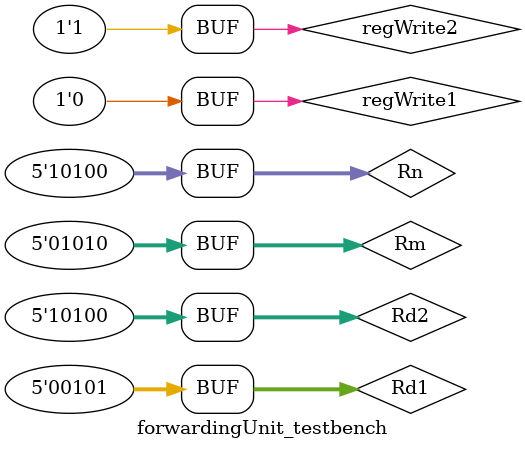
<source format=sv>
module forwardingUnit  (Rd1, Rd2, Rm, Rn, forwardCtrlOne, forwardCtrlTwo, regWrite1, regWrite2);
    input logic regWrite1, regWrite2;
    input logic [4:0] Rd1, Rd2, Rm, Rn; /*isRtype,*/
    output logic [1:0] forwardCtrlOne, forwardCtrlTwo;

    always_comb begin 
        if (Rn == Rd1 && Rn != 5'b11111 && regWrite1)
            forwardCtrlOne = 2'b01;
        else if (Rn == Rd2 && Rn != 5'b11111 && regWrite2)
            forwardCtrlOne = 2'b10;
        else 
            forwardCtrlOne = 2'b00;
    end

    always_comb begin 
        if (Rm == Rd1 && Rm != 5'b11111 && regWrite1)
            forwardCtrlTwo = 2'b01;
        else if (Rm == Rd2 && Rm != 5'b11111 && regWrite2)
            forwardCtrlTwo = 2'b10;
        else 
            forwardCtrlTwo = 2'b00;
    end

endmodule

module forwardingUnit_testbench ();
     logic regWrite1, regWrite2;
     logic [4:0] Rd1, Rd2, Rm, Rn; /*isRtype,*/
     logic [1:0] forwardCtrlOne, forwardCtrlTwo;

    forwardingUnit dut (.Rd1, .Rd2, .Rm, .Rn, .forwardCtrlOne, .forwardCtrlTwo, .regWrite1, .regWrite2);
     initial begin
         Rd1 = 20; Rd2 = 5; Rm = 10; Rn = 10; regWrite1 = 1; regWrite2 = 1; #10;
         Rd1 = 20; Rd2 = 5; Rm = 20; Rn = 10; regWrite1 = 1; regWrite2 = 1; #10;
         Rd1 = 20; Rd2 = 5; Rm = 10; Rn = 20; regWrite1 = 1; regWrite2 = 1; #10;

         Rd1 = 5; Rd2 = 20; Rm = 10; Rn = 10; regWrite1 = 1; regWrite2 = 1; #10;
         Rd1 = 5; Rd2 = 20; Rm = 20; Rn = 10; regWrite1 = 1; regWrite2 = 1; #10;
         Rd1 = 5; Rd2 = 20; Rm = 10; Rn = 20; regWrite1 = 1; regWrite2 = 1; #10;

         Rd1 = 20; Rd2 = 5; Rm = 20; Rn = 10; regWrite1 = 0; regWrite2 = 1; #10; // matches Rd1 zeroed
         Rd1 = 20; Rd2 = 5; Rm = 10; Rn = 20; regWrite1 = 1; regWrite2 = 0; #10; // matches Rd1 

         Rd1 = 5; Rd2 = 20; Rm = 20; Rn = 10; regWrite1 = 1; regWrite2 = 0; #10; //matches Rd2, zeroed
         Rd1 = 5; Rd2 = 20; Rm = 10; Rn = 20; regWrite1 = 0; regWrite2 = 1; #10; //matches Rd1 zeroed

     end
endmodule
</source>
